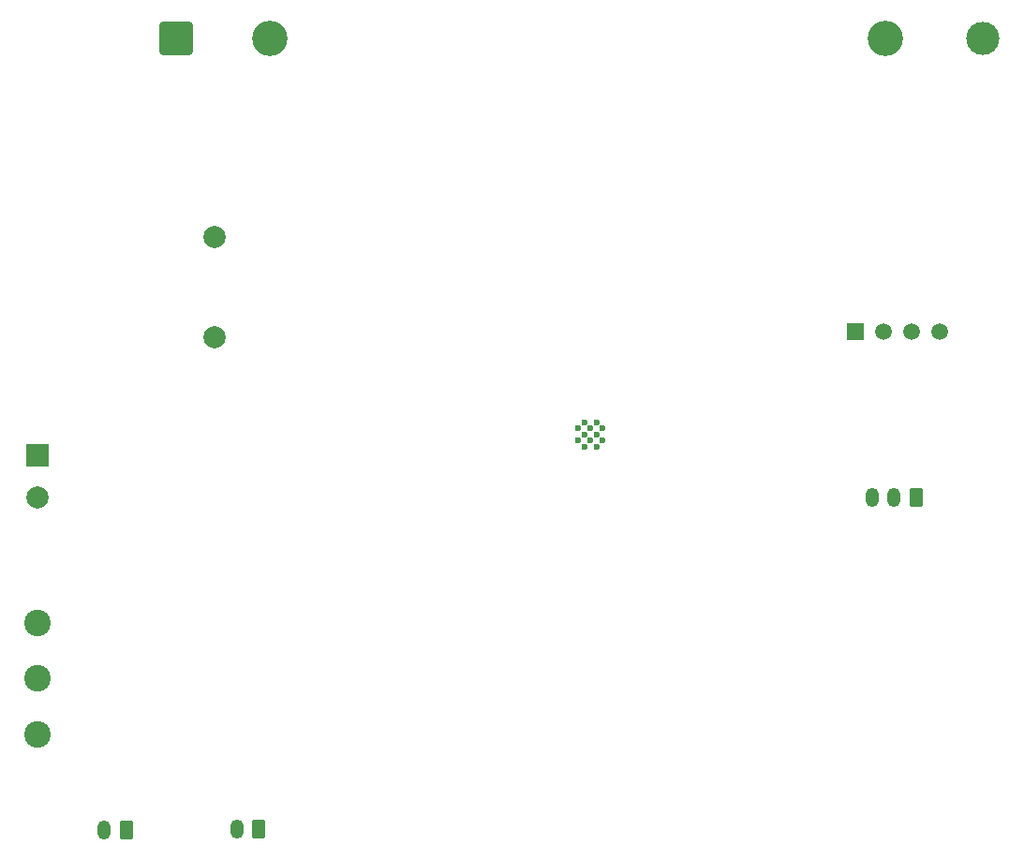
<source format=gbr>
%TF.GenerationSoftware,KiCad,Pcbnew,9.0.4*%
%TF.CreationDate,2025-10-18T23:37:39+08:00*%
%TF.ProjectId,schematics,73636865-6d61-4746-9963-732e6b696361,pre-release*%
%TF.SameCoordinates,Original*%
%TF.FileFunction,Soldermask,Bot*%
%TF.FilePolarity,Negative*%
%FSLAX46Y46*%
G04 Gerber Fmt 4.6, Leading zero omitted, Abs format (unit mm)*
G04 Created by KiCad (PCBNEW 9.0.4) date 2025-10-18 23:37:39*
%MOMM*%
%LPD*%
G01*
G04 APERTURE LIST*
G04 Aperture macros list*
%AMRoundRect*
0 Rectangle with rounded corners*
0 $1 Rounding radius*
0 $2 $3 $4 $5 $6 $7 $8 $9 X,Y pos of 4 corners*
0 Add a 4 corners polygon primitive as box body*
4,1,4,$2,$3,$4,$5,$6,$7,$8,$9,$2,$3,0*
0 Add four circle primitives for the rounded corners*
1,1,$1+$1,$2,$3*
1,1,$1+$1,$4,$5*
1,1,$1+$1,$6,$7*
1,1,$1+$1,$8,$9*
0 Add four rect primitives between the rounded corners*
20,1,$1+$1,$2,$3,$4,$5,0*
20,1,$1+$1,$4,$5,$6,$7,0*
20,1,$1+$1,$6,$7,$8,$9,0*
20,1,$1+$1,$8,$9,$2,$3,0*%
G04 Aperture macros list end*
%ADD10R,1.500000X1.500000*%
%ADD11C,1.500000*%
%ADD12O,1.200000X1.750000*%
%ADD13RoundRect,0.250000X0.350000X0.625000X-0.350000X0.625000X-0.350000X-0.625000X0.350000X-0.625000X0*%
%ADD14C,2.000000*%
%ADD15C,2.400000*%
%ADD16R,2.000000X2.000000*%
%ADD17C,3.200000*%
%ADD18RoundRect,0.249999X-1.250001X-1.250001X1.250001X-1.250001X1.250001X1.250001X-1.250001X1.250001X0*%
%ADD19C,3.000000*%
%TA.AperFunction,ComponentPad*%
%ADD20R,1.500000X1.500000*%
%TD*%
%TA.AperFunction,ComponentPad*%
%ADD21C,1.500000*%
%TD*%
%TA.AperFunction,ComponentPad*%
%ADD22O,1.200000X1.750000*%
%TD*%
%TA.AperFunction,ComponentPad*%
%ADD23RoundRect,0.250000X0.350000X0.625000X-0.350000X0.625000X-0.350000X-0.625000X0.350000X-0.625000X0*%
%TD*%
%TA.AperFunction,HeatsinkPad*%
%ADD24C,0.600000*%
%TD*%
%TA.AperFunction,ComponentPad*%
%ADD25C,2.400000*%
%TD*%
%TA.AperFunction,ComponentPad*%
%ADD26R,2.000000X2.000000*%
%TD*%
%TA.AperFunction,ComponentPad*%
%ADD27C,2.000000*%
%TD*%
%TA.AperFunction,ComponentPad*%
%ADD28RoundRect,0.249999X-1.250001X-1.250001X1.250001X-1.250001X1.250001X1.250001X-1.250001X1.250001X0*%
%TD*%
%TA.AperFunction,ComponentPad*%
%ADD29C,3.000000*%
%TD*%
G04 APERTURE END LIST*
D10*
%TO.C,REF\u002A\u002A*%
X155880000Y-75000000D03*
D11*
X158420000Y-75000000D03*
X160960000Y-75000000D03*
X163500000Y-75000000D03*
%TD*%
D12*
%TO.C,REF\u002A\u002A*%
X157380000Y-90000000D03*
X159380000Y-90000000D03*
D13*
X161380000Y-90000000D03*
%TD*%
D12*
%TO.C,REF\u002A\u002A*%
X88000000Y-120050000D03*
D13*
X90000000Y-120050000D03*
%TD*%
D12*
%TO.C,REF\u002A\u002A*%
X100000000Y-120000000D03*
D13*
X102000000Y-120000000D03*
%TD*%
D14*
%TO.C,REF\u002A\u002A*%
X98000000Y-66500000D03*
X98000000Y-75500000D03*
%TD*%
D15*
%TO.C,REF\u002A\u002A*%
X82000000Y-106380000D03*
X82000000Y-101340000D03*
X82000000Y-111420000D03*
D16*
X82000000Y-86220000D03*
D14*
X82000000Y-90000000D03*
%TD*%
D17*
%TO.C,REF\u002A\u002A*%
X102995000Y-48500000D03*
X158605000Y-48500000D03*
D18*
X94550000Y-48500000D03*
D19*
X167450000Y-48500000D03*
%TD*%
D20*
%TO.P,REF\u002A\u002A,1*%
%TO.N,N/C*%
X155880000Y-75000000D03*
D21*
%TO.P,REF\u002A\u002A,2*%
X158420000Y-75000000D03*
%TO.P,REF\u002A\u002A,3*%
X160960000Y-75000000D03*
%TO.P,REF\u002A\u002A,4*%
X163500000Y-75000000D03*
%TD*%
D22*
%TO.P,REF\u002A\u002A,3*%
%TO.N,N/C*%
X157380000Y-90000000D03*
%TO.P,REF\u002A\u002A,2*%
X159380000Y-90000000D03*
D23*
%TO.P,REF\u002A\u002A,1*%
X161380000Y-90000000D03*
%TD*%
D22*
%TO.P,REF\u002A\u002A,2*%
%TO.N,N/C*%
X88000000Y-120050000D03*
D23*
%TO.P,REF\u002A\u002A,1*%
X90000000Y-120050000D03*
%TD*%
D22*
%TO.P,REF\u002A\u002A,2*%
%TO.N,N/C*%
X100000000Y-120000000D03*
D23*
%TO.P,REF\u002A\u002A,1*%
X102000000Y-120000000D03*
%TD*%
D24*
%TO.P,REF\u002A\u002A,19*%
%TO.N,N/C*%
X130860000Y-83750000D03*
X130860000Y-84850000D03*
X131410000Y-83200000D03*
X131410000Y-84300000D03*
X131410000Y-85400000D03*
X131960000Y-83750000D03*
X131960000Y-84850000D03*
X132510000Y-83200000D03*
X132510000Y-84300000D03*
X132510000Y-85400000D03*
X133060000Y-83750000D03*
X133060000Y-84850000D03*
%TD*%
D25*
%TO.P,REF\u002A\u002A,11*%
%TO.N,N/C*%
X82000000Y-106380000D03*
%TO.P,REF\u002A\u002A,12*%
X82000000Y-101340000D03*
%TO.P,REF\u002A\u002A,14*%
X82000000Y-111420000D03*
D26*
%TO.P,REF\u002A\u002A,A1*%
X82000000Y-86220000D03*
D27*
%TO.P,REF\u002A\u002A,A2*%
X82000000Y-90000000D03*
%TD*%
D28*
%TO.P,REF\u002A\u002A,1*%
%TO.N,N/C*%
X94550000Y-48500000D03*
D29*
%TO.P,REF\u002A\u002A,2*%
X167450000Y-48500000D03*
%TD*%
M02*

</source>
